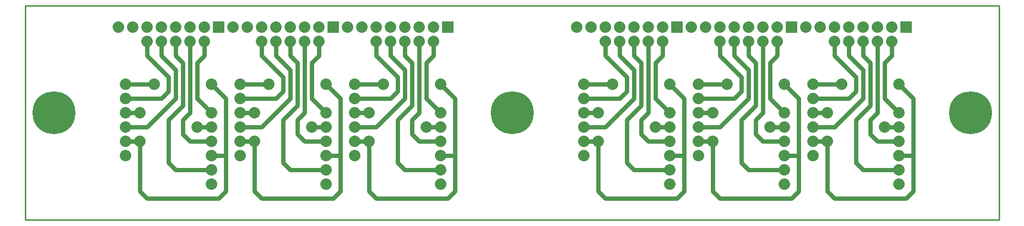
<source format=gbl>
%FSLAX23Y23*%
%MOIN*%
G70*
G01*
G75*
%ADD10C,0.010*%
%ADD11C,0.030*%
%ADD12C,0.050*%
%ADD13C,0.080*%
%ADD14R,0.080X0.080*%
%ADD15C,0.300*%
D10*
X6595Y7245D02*
Y8745D01*
Y7245D02*
X13395D01*
Y8745D01*
X6595D02*
X13395D01*
D11*
X12445Y8395D02*
Y8495D01*
Y8395D02*
X12495Y8345D01*
Y8045D02*
Y8345D01*
X12395Y7945D02*
X12495Y8045D01*
X12395Y7645D02*
Y7945D01*
Y7645D02*
X12445Y7595D01*
X12695D01*
X11645Y8395D02*
Y8495D01*
Y8395D02*
X11695Y8345D01*
Y8045D02*
Y8345D01*
X11595Y7945D02*
X11695Y8045D01*
X11595Y7645D02*
Y7945D01*
Y7645D02*
X11645Y7595D01*
X11895D01*
X10845Y8395D02*
Y8495D01*
Y8395D02*
X10895Y8345D01*
Y8045D02*
Y8345D01*
X10795Y7945D02*
X10895Y8045D01*
X10795Y7645D02*
Y7945D01*
Y7645D02*
X10845Y7595D01*
X11095D01*
X11045Y8395D02*
Y8495D01*
X10995Y8345D02*
X11045Y8395D01*
X10995Y8095D02*
Y8345D01*
Y8095D02*
X11095Y7995D01*
X10945D02*
Y8495D01*
X10895Y7945D02*
X10945Y7995D01*
X10895Y7845D02*
Y7945D01*
Y7845D02*
X10945Y7795D01*
X11095D01*
X12545Y7995D02*
Y8495D01*
X12495Y7945D02*
X12545Y7995D01*
X12495Y7845D02*
Y7945D01*
Y7845D02*
X12545Y7795D01*
X12695D01*
X12645Y8395D02*
Y8495D01*
X12595Y8345D02*
X12645Y8395D01*
X12595Y8095D02*
Y8345D01*
Y8095D02*
X12695Y7995D01*
X11745D02*
Y8495D01*
X11695Y7945D02*
X11745Y7995D01*
X11695Y7845D02*
Y7945D01*
Y7845D02*
X11745Y7795D01*
X11895D01*
X11845Y8395D02*
Y8495D01*
X11795Y8345D02*
X11845Y8395D01*
X11795Y8095D02*
Y8345D01*
Y8095D02*
X11895Y7995D01*
X12345Y8395D02*
Y8495D01*
Y8395D02*
X12445Y8295D01*
Y8095D02*
Y8295D01*
X12245Y7895D02*
X12445Y8095D01*
X12095Y7895D02*
X12245D01*
Y8395D02*
X12395Y8245D01*
X12245Y8395D02*
Y8495D01*
X12395Y8145D02*
Y8245D01*
X12345Y8095D02*
X12395Y8145D01*
X12095Y8095D02*
X12345D01*
X12595Y7895D02*
X12695D01*
X11795D02*
X11895D01*
X10995D02*
X11095D01*
X11545Y8395D02*
Y8495D01*
Y8395D02*
X11645Y8295D01*
Y8095D02*
Y8295D01*
X11445Y7895D02*
X11645Y8095D01*
X11445Y8395D02*
Y8495D01*
Y8395D02*
X11595Y8245D01*
Y8145D02*
Y8245D01*
X11545Y8095D02*
X11595Y8145D01*
X11295Y8095D02*
X11545D01*
X11295Y7895D02*
X11445D01*
X10745Y8395D02*
Y8495D01*
Y8395D02*
X10845Y8295D01*
Y8095D02*
Y8295D01*
X10645Y7895D02*
X10845Y8095D01*
X10495Y7895D02*
X10645D01*
X12095Y8195D02*
X12295D01*
X11295D02*
X11495D01*
X12795Y7445D02*
Y8095D01*
X12695Y7695D02*
X12795D01*
X11995Y7445D02*
Y8095D01*
X11895Y7695D02*
X11995D01*
X11195Y7445D02*
Y8095D01*
X11095Y7695D02*
X11195D01*
X11295Y7995D02*
X11395D01*
X12095D02*
X12195D01*
X12695Y8195D02*
X12795Y8095D01*
X12745Y7395D02*
X12795Y7445D01*
X12245Y7395D02*
X12745D01*
X12195Y7445D02*
X12245Y7395D01*
X12195Y7445D02*
Y7795D01*
X12095D02*
X12195D01*
X11895Y8195D02*
X11995Y8095D01*
X11945Y7395D02*
X11995Y7445D01*
X11445Y7395D02*
X11945D01*
X11395Y7445D02*
X11445Y7395D01*
X11395Y7445D02*
Y7795D01*
X11295D02*
X11395D01*
X11095Y8195D02*
X11195Y8095D01*
X11145Y7395D02*
X11195Y7445D01*
X10645Y7395D02*
X11145D01*
X10595Y7445D02*
X10645Y7395D01*
X10595Y7445D02*
Y7795D01*
X10495Y7995D02*
X10595D01*
X10495Y7795D02*
X10595D01*
X10645Y8395D02*
X10795Y8245D01*
X10645Y8395D02*
Y8495D01*
X10795Y8145D02*
Y8245D01*
X10745Y8095D02*
X10795Y8145D01*
X10495Y8095D02*
X10745D01*
X10495Y8195D02*
X10695D01*
X9395Y8095D02*
Y8345D01*
X9445Y8395D02*
Y8495D01*
X9395Y8345D02*
X9445Y8395D01*
X9245D02*
Y8495D01*
Y8395D02*
X9295Y8345D01*
Y8045D02*
Y8345D01*
X9195Y7945D02*
X9295Y8045D01*
X9345Y7995D02*
Y8495D01*
X9295Y7945D02*
X9345Y7995D01*
X9295Y7845D02*
Y7945D01*
X9195Y7645D02*
Y7945D01*
Y7645D02*
X9245Y7595D01*
X9495D01*
X9295Y7845D02*
X9345Y7795D01*
X9495D01*
X9395Y8095D02*
X9495Y7995D01*
X9145Y8395D02*
Y8495D01*
Y8395D02*
X9245Y8295D01*
Y8095D02*
Y8295D01*
X9045Y7895D02*
X9245Y8095D01*
X8895Y7895D02*
X9045D01*
Y8395D02*
Y8495D01*
Y8395D02*
X9195Y8245D01*
Y8145D02*
Y8245D01*
X9145Y8095D02*
X9195Y8145D01*
X8895Y8095D02*
X9145D01*
X8895Y8195D02*
X9095D01*
X9395Y7895D02*
X9495D01*
X9595Y7445D02*
Y8095D01*
X9495Y7695D02*
X9595D01*
X8995Y7445D02*
Y7795D01*
Y7445D02*
X9045Y7395D01*
X9545D01*
X9595Y7445D01*
X9495Y8195D02*
X9595Y8095D01*
X8895Y7995D02*
X8995D01*
X8895Y7795D02*
X8995D01*
X7795Y8095D02*
Y8345D01*
X7845Y8395D01*
Y8495D01*
X8645Y8395D02*
Y8495D01*
X8595Y8345D02*
X8645Y8395D01*
X8595Y8095D02*
Y8345D01*
Y8095D02*
X8695Y7995D01*
X8545D02*
Y8495D01*
X8495Y7945D02*
X8545Y7995D01*
X8495Y7845D02*
Y7945D01*
Y7845D02*
X8545Y7795D01*
X8695D01*
X8445Y8395D02*
Y8495D01*
Y8395D02*
X8495Y8345D01*
Y8045D02*
Y8345D01*
X8395Y7945D02*
X8495Y8045D01*
X8395Y7645D02*
Y7945D01*
Y7645D02*
X8445Y7595D01*
X8695D01*
X8795Y7445D02*
Y8095D01*
X8695Y7695D02*
X8795D01*
X7595Y7945D02*
X7695Y8045D01*
X7645Y7595D02*
X7895D01*
X7595Y7645D02*
Y7945D01*
Y7645D02*
X7645Y7595D01*
X8345Y8395D02*
Y8495D01*
Y8395D02*
X8445Y8295D01*
Y8095D02*
Y8295D01*
X8245Y7895D02*
X8445Y8095D01*
X8095Y7895D02*
X8245D01*
X8595D02*
X8695D01*
Y8195D02*
X8795Y8095D01*
X8745Y7395D02*
X8795Y7445D01*
X8245Y7395D02*
X8745D01*
X8195Y7445D02*
X8245Y7395D01*
X8195Y7445D02*
Y7795D01*
X7995Y7445D02*
Y8095D01*
X7445Y7395D02*
X7945D01*
X7895Y7695D02*
X7995D01*
X7395Y7445D02*
Y7795D01*
X7295D02*
X7395D01*
Y7445D02*
X7445Y7395D01*
X8095Y7795D02*
X8195D01*
X8095Y7995D02*
X8195D01*
X8245Y8395D02*
Y8495D01*
Y8395D02*
X8395Y8245D01*
Y8145D02*
Y8245D01*
X8345Y8095D02*
X8395Y8145D01*
X8095Y8095D02*
X8345D01*
X8095Y8195D02*
X8295D01*
X7295D02*
X7495D01*
X7445Y8395D02*
X7595Y8245D01*
X7295Y8095D02*
X7545D01*
X7595Y8145D02*
Y8245D01*
X7545Y8095D02*
X7595Y8145D01*
X7545Y8395D02*
X7645Y8295D01*
X7445Y7895D02*
X7645Y8095D01*
X7295Y7895D02*
X7445D01*
X7645Y8095D02*
Y8295D01*
Y8395D02*
X7695Y8345D01*
X7645Y8395D02*
Y8495D01*
X7695Y8045D02*
Y8345D01*
X7745Y7995D02*
Y8495D01*
X7695Y7945D02*
X7745Y7995D01*
X7695Y7845D02*
Y7945D01*
X7445Y8395D02*
Y8495D01*
X7545Y8395D02*
Y8495D01*
X7295Y7995D02*
X7395D01*
X7895Y8195D02*
X7995Y8095D01*
X7945Y7395D02*
X7995Y7445D01*
X7795Y7895D02*
X7895D01*
X7745Y7795D02*
X7895D01*
X7695Y7845D02*
X7745Y7795D01*
X7795Y8095D02*
X7895Y7995D01*
D13*
Y8195D02*
D03*
Y7995D02*
D03*
Y7895D02*
D03*
Y7795D02*
D03*
Y7695D02*
D03*
Y7595D02*
D03*
Y7495D02*
D03*
X7295Y7695D02*
D03*
Y7795D02*
D03*
Y7895D02*
D03*
Y7995D02*
D03*
Y8095D02*
D03*
Y8195D02*
D03*
X8095D02*
D03*
Y8095D02*
D03*
Y7995D02*
D03*
Y7895D02*
D03*
Y7795D02*
D03*
Y7695D02*
D03*
X8695Y7495D02*
D03*
Y7595D02*
D03*
Y7695D02*
D03*
Y7795D02*
D03*
Y7895D02*
D03*
Y7995D02*
D03*
Y8195D02*
D03*
X9495D02*
D03*
Y7995D02*
D03*
Y7895D02*
D03*
Y7795D02*
D03*
Y7695D02*
D03*
Y7595D02*
D03*
Y7495D02*
D03*
X8895Y7695D02*
D03*
Y7795D02*
D03*
Y7895D02*
D03*
Y7995D02*
D03*
Y8095D02*
D03*
Y8195D02*
D03*
X10495D02*
D03*
Y8095D02*
D03*
Y7995D02*
D03*
Y7895D02*
D03*
Y7795D02*
D03*
Y7695D02*
D03*
X11095Y7495D02*
D03*
Y7595D02*
D03*
Y7695D02*
D03*
Y7795D02*
D03*
Y7895D02*
D03*
Y7995D02*
D03*
Y8195D02*
D03*
X11895D02*
D03*
Y7995D02*
D03*
Y7895D02*
D03*
Y7795D02*
D03*
Y7695D02*
D03*
Y7595D02*
D03*
Y7495D02*
D03*
X11295Y7695D02*
D03*
Y7795D02*
D03*
Y7895D02*
D03*
Y7995D02*
D03*
Y8095D02*
D03*
Y8195D02*
D03*
X12095D02*
D03*
Y8095D02*
D03*
Y7995D02*
D03*
Y7895D02*
D03*
Y7795D02*
D03*
Y7695D02*
D03*
X12695Y7495D02*
D03*
Y7595D02*
D03*
Y7695D02*
D03*
Y7795D02*
D03*
Y7895D02*
D03*
Y7995D02*
D03*
Y8195D02*
D03*
X12045Y8595D02*
D03*
X12145D02*
D03*
X12245D02*
D03*
X12345D02*
D03*
X12445D02*
D03*
X12545D02*
D03*
X12645D02*
D03*
X7245D02*
D03*
X7345D02*
D03*
X7445D02*
D03*
X7545D02*
D03*
X7645D02*
D03*
X7745D02*
D03*
X7845D02*
D03*
X8645D02*
D03*
X8545D02*
D03*
X8445D02*
D03*
X8345D02*
D03*
X8245D02*
D03*
X8145D02*
D03*
X8045D02*
D03*
X8845D02*
D03*
X8945D02*
D03*
X9045D02*
D03*
X9145D02*
D03*
X9245D02*
D03*
X9345D02*
D03*
X9445D02*
D03*
X11045D02*
D03*
X10945D02*
D03*
X10845D02*
D03*
X10745D02*
D03*
X10645D02*
D03*
X10545D02*
D03*
X10445D02*
D03*
X11245D02*
D03*
X11345D02*
D03*
X11445D02*
D03*
X11545D02*
D03*
X11645D02*
D03*
X11745D02*
D03*
X11845D02*
D03*
X7795Y7895D02*
D03*
X8995Y7995D02*
D03*
X8595Y7895D02*
D03*
X10995D02*
D03*
X11795D02*
D03*
X12595D02*
D03*
X12295Y8195D02*
D03*
X11495D02*
D03*
X12195Y7995D02*
D03*
Y7795D02*
D03*
X11395Y7995D02*
D03*
Y7795D02*
D03*
X10595D02*
D03*
Y7995D02*
D03*
X10695Y8195D02*
D03*
X12645Y8495D02*
D03*
X12545D02*
D03*
X12445D02*
D03*
X12345D02*
D03*
X12245D02*
D03*
X11845D02*
D03*
X11745D02*
D03*
X11645D02*
D03*
X11545D02*
D03*
X11445D02*
D03*
X11045D02*
D03*
X10945D02*
D03*
X10845D02*
D03*
X10745D02*
D03*
X10645D02*
D03*
X9095Y8195D02*
D03*
X9395Y7895D02*
D03*
X8995Y7795D02*
D03*
X8645Y8495D02*
D03*
X8545D02*
D03*
X8445D02*
D03*
X8345D02*
D03*
X8245D02*
D03*
X9445D02*
D03*
X9345D02*
D03*
X9245D02*
D03*
X9145D02*
D03*
X9045D02*
D03*
X8195Y7995D02*
D03*
Y7795D02*
D03*
X8295Y8195D02*
D03*
X7395Y7795D02*
D03*
Y7995D02*
D03*
X7495Y8195D02*
D03*
X7845Y8495D02*
D03*
X7745D02*
D03*
X7645D02*
D03*
X7545D02*
D03*
X7445D02*
D03*
D14*
X12745Y8595D02*
D03*
X7945D02*
D03*
X8745D02*
D03*
X9545D02*
D03*
X11145D02*
D03*
X11945D02*
D03*
D15*
X13195Y7995D02*
D03*
X6795D02*
D03*
X9995D02*
D03*
M02*

</source>
